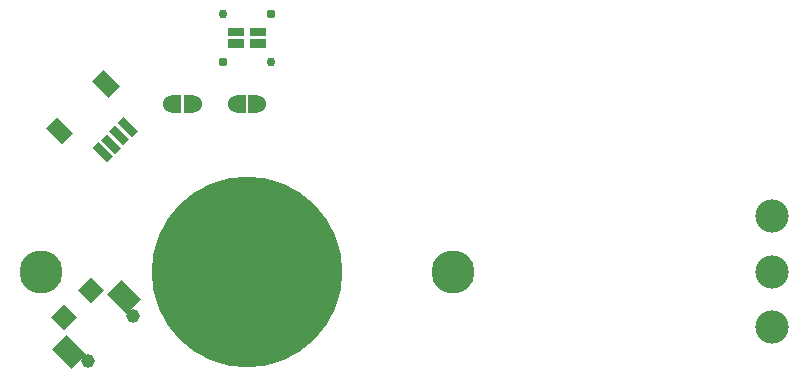
<source format=gbr>
G04 start of page 7 for group -4063 idx -4063 *
G04 Title: (unknown), componentmask *
G04 Creator: pcb 4.0.2 *
G04 CreationDate: Thu Apr 29 14:29:52 2021 UTC *
G04 For: petersen *
G04 Format: Gerber/RS-274X *
G04 PCB-Dimensions (mil): 4500.00 2500.00 *
G04 PCB-Coordinate-Origin: lower left *
%MOIN*%
%FSLAX25Y25*%
%LNTOPMASK*%
%ADD49C,0.0600*%
%ADD48C,0.0001*%
%ADD47C,0.6360*%
%ADD46C,0.0300*%
%ADD45C,0.0310*%
%ADD44C,0.1438*%
%ADD43C,0.1110*%
%ADD42C,0.0454*%
G54D42*X72081Y95254D03*
X87003Y110175D03*
G54D43*X300000Y143500D03*
Y125000D03*
Y106500D03*
G54D44*X56250Y125000D03*
G54D45*X117000Y195000D03*
G54D46*Y211000D03*
G54D44*X193750Y125000D03*
G54D47*X125000D03*
G54D45*X133000Y211000D03*
G54D46*Y195000D03*
G54D48*G36*
X68277Y109955D02*X63955Y114277D01*
X59628Y109950D01*
X63950Y105628D01*
X68277Y109955D01*
G37*
G36*
X77324Y119003D02*X73003Y123324D01*
X68676Y118997D01*
X72997Y114676D01*
X77324Y119003D01*
G37*
G36*
X64787Y103974D02*X59909Y99095D01*
X66458Y92546D01*
X71336Y97425D01*
X64787Y103974D01*
G37*
G36*
X83161Y122347D02*X78283Y117469D01*
X84831Y110920D01*
X89710Y115798D01*
X83161Y122347D01*
G37*
G36*
X83854Y176592D02*X81759Y174498D01*
X86498Y169759D01*
X88592Y171854D01*
X83854Y176592D01*
G37*
G36*
X81070Y173809D02*X78975Y171714D01*
X83714Y166975D01*
X85809Y169070D01*
X81070Y173809D01*
G37*
G36*
X78286Y171025D02*X76191Y168930D01*
X80930Y164191D01*
X83025Y166286D01*
X78286Y171025D01*
G37*
G36*
X75502Y168241D02*X73408Y166146D01*
X78146Y161408D01*
X80241Y163502D01*
X75502Y168241D01*
G37*
G36*
X77172Y192182D02*X73407Y188418D01*
X78843Y182983D01*
X82607Y186747D01*
X77172Y192182D01*
G37*
G36*
X61582Y176593D02*X57818Y172828D01*
X63253Y167393D01*
X67017Y171157D01*
X61582Y176593D01*
G37*
G54D49*X121600Y181000D03*
G54D48*G36*
X124600Y184000D02*X121600D01*
Y178000D01*
X124600D01*
Y184000D01*
G37*
G54D49*X128400Y181000D03*
G54D48*G36*
Y184000D02*X125400D01*
Y178000D01*
X128400D01*
Y184000D01*
G37*
G54D49*X100100Y181000D03*
G54D48*G36*
X103100Y184000D02*X100100D01*
Y178000D01*
X103100D01*
Y184000D01*
G37*
G54D49*X106900Y181000D03*
G54D48*G36*
Y184000D02*X103900D01*
Y178000D01*
X106900D01*
Y184000D01*
G37*
G36*
X118794Y202611D02*Y199649D01*
X124119D01*
Y202611D01*
X118794D01*
G37*
G36*
Y206351D02*Y203389D01*
X124119D01*
Y206351D01*
X118794D01*
G37*
G36*
X125881Y202611D02*Y199649D01*
X131206D01*
Y202611D01*
X125881D01*
G37*
G36*
Y206351D02*Y203389D01*
X131206D01*
Y206351D01*
X125881D01*
G37*
M02*

</source>
